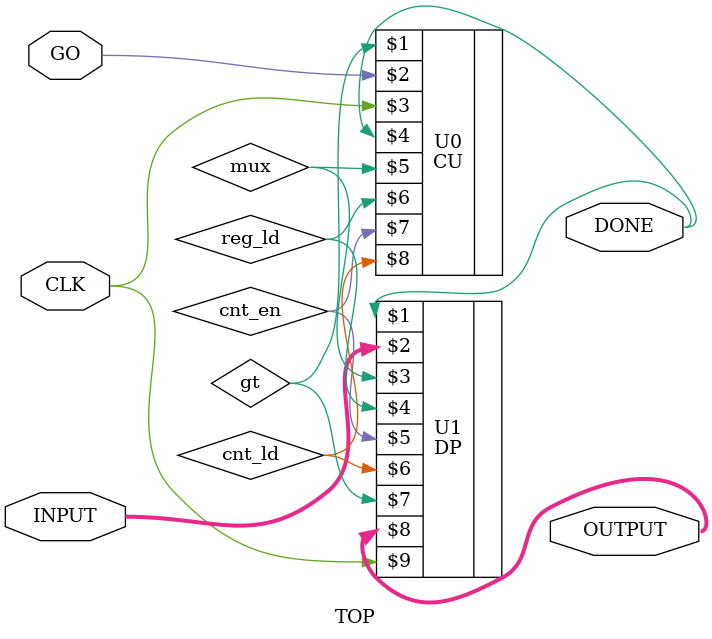
<source format=v>
module TOP(
    input GO, CLK,
    input [31:0] INPUT,
    output [31:0] OUTPUT,
    output DONE
);

wire cnt_ld, cnt_en, reg_ld, mux, gt;

CU              U0(gt, GO, CLK, DONE, mux, reg_ld, cnt_en, cnt_ld);
DP              U1(DONE, INPUT, mux, reg_ld, cnt_en, cnt_ld, gt, OUTPUT, CLK);

endmodule

</source>
